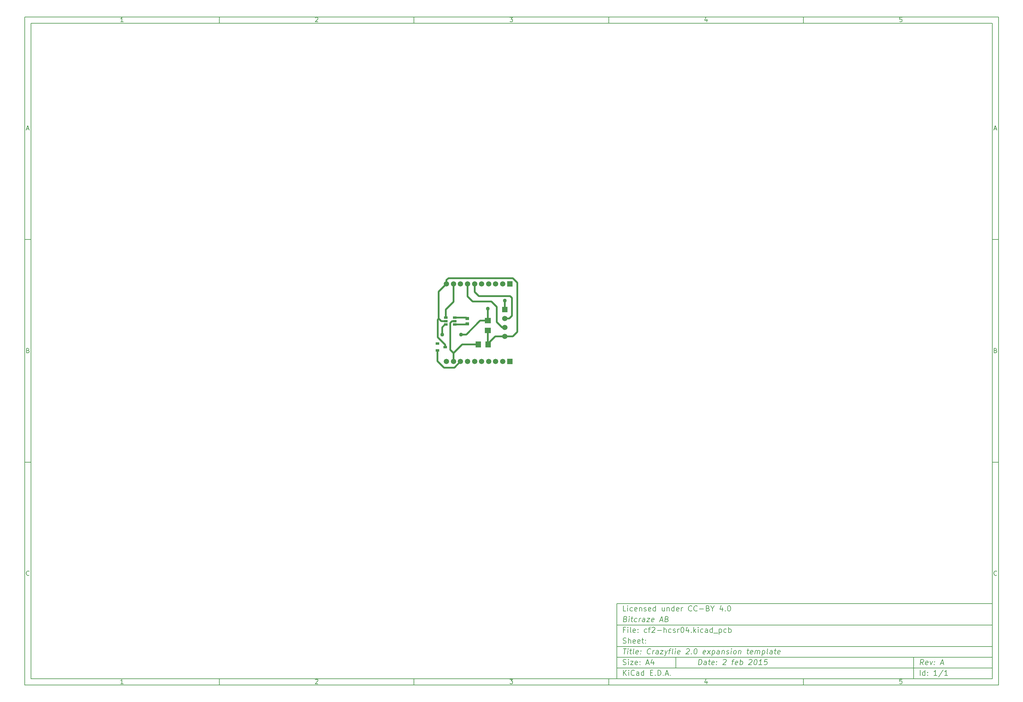
<source format=gbl>
G04 (created by PCBNEW (2013-may-18)-stable) date Mon 02 Feb 2015 22:45:10 CET*
%MOIN*%
G04 Gerber Fmt 3.4, Leading zero omitted, Abs format*
%FSLAX34Y34*%
G01*
G70*
G90*
G04 APERTURE LIST*
%ADD10C,0.00590551*%
%ADD11C,0.0590551*%
%ADD12R,0.0590551X0.0590551*%
%ADD13R,0.0394X0.0276*%
%ADD14R,0.0394X0.0315*%
%ADD15R,0.06X0.06*%
%ADD16C,0.06*%
%ADD17R,0.071X0.063*%
%ADD18R,0.063X0.071*%
%ADD19R,0.0394X0.0354*%
%ADD20C,0.0433071*%
%ADD21C,0.02*%
G04 APERTURE END LIST*
G54D10*
X4000Y-4000D02*
X112930Y-4000D01*
X112930Y-78680D01*
X4000Y-78680D01*
X4000Y-4000D01*
X4700Y-4700D02*
X112230Y-4700D01*
X112230Y-77980D01*
X4700Y-77980D01*
X4700Y-4700D01*
X25780Y-4000D02*
X25780Y-4700D01*
X15032Y-4552D02*
X14747Y-4552D01*
X14890Y-4552D02*
X14890Y-4052D01*
X14842Y-4123D01*
X14794Y-4171D01*
X14747Y-4195D01*
X25780Y-78680D02*
X25780Y-77980D01*
X15032Y-78532D02*
X14747Y-78532D01*
X14890Y-78532D02*
X14890Y-78032D01*
X14842Y-78103D01*
X14794Y-78151D01*
X14747Y-78175D01*
X47560Y-4000D02*
X47560Y-4700D01*
X36527Y-4100D02*
X36550Y-4076D01*
X36598Y-4052D01*
X36717Y-4052D01*
X36765Y-4076D01*
X36789Y-4100D01*
X36812Y-4147D01*
X36812Y-4195D01*
X36789Y-4266D01*
X36503Y-4552D01*
X36812Y-4552D01*
X47560Y-78680D02*
X47560Y-77980D01*
X36527Y-78080D02*
X36550Y-78056D01*
X36598Y-78032D01*
X36717Y-78032D01*
X36765Y-78056D01*
X36789Y-78080D01*
X36812Y-78127D01*
X36812Y-78175D01*
X36789Y-78246D01*
X36503Y-78532D01*
X36812Y-78532D01*
X69340Y-4000D02*
X69340Y-4700D01*
X58283Y-4052D02*
X58592Y-4052D01*
X58426Y-4242D01*
X58497Y-4242D01*
X58545Y-4266D01*
X58569Y-4290D01*
X58592Y-4338D01*
X58592Y-4457D01*
X58569Y-4504D01*
X58545Y-4528D01*
X58497Y-4552D01*
X58354Y-4552D01*
X58307Y-4528D01*
X58283Y-4504D01*
X69340Y-78680D02*
X69340Y-77980D01*
X58283Y-78032D02*
X58592Y-78032D01*
X58426Y-78222D01*
X58497Y-78222D01*
X58545Y-78246D01*
X58569Y-78270D01*
X58592Y-78318D01*
X58592Y-78437D01*
X58569Y-78484D01*
X58545Y-78508D01*
X58497Y-78532D01*
X58354Y-78532D01*
X58307Y-78508D01*
X58283Y-78484D01*
X91120Y-4000D02*
X91120Y-4700D01*
X80325Y-4219D02*
X80325Y-4552D01*
X80206Y-4028D02*
X80087Y-4385D01*
X80396Y-4385D01*
X91120Y-78680D02*
X91120Y-77980D01*
X80325Y-78199D02*
X80325Y-78532D01*
X80206Y-78008D02*
X80087Y-78365D01*
X80396Y-78365D01*
X102129Y-4052D02*
X101890Y-4052D01*
X101867Y-4290D01*
X101890Y-4266D01*
X101938Y-4242D01*
X102057Y-4242D01*
X102105Y-4266D01*
X102129Y-4290D01*
X102152Y-4338D01*
X102152Y-4457D01*
X102129Y-4504D01*
X102105Y-4528D01*
X102057Y-4552D01*
X101938Y-4552D01*
X101890Y-4528D01*
X101867Y-4504D01*
X102129Y-78032D02*
X101890Y-78032D01*
X101867Y-78270D01*
X101890Y-78246D01*
X101938Y-78222D01*
X102057Y-78222D01*
X102105Y-78246D01*
X102129Y-78270D01*
X102152Y-78318D01*
X102152Y-78437D01*
X102129Y-78484D01*
X102105Y-78508D01*
X102057Y-78532D01*
X101938Y-78532D01*
X101890Y-78508D01*
X101867Y-78484D01*
X4000Y-28890D02*
X4700Y-28890D01*
X4230Y-16509D02*
X4469Y-16509D01*
X4183Y-16652D02*
X4350Y-16152D01*
X4516Y-16652D01*
X112930Y-28890D02*
X112230Y-28890D01*
X112460Y-16509D02*
X112699Y-16509D01*
X112413Y-16652D02*
X112580Y-16152D01*
X112746Y-16652D01*
X4000Y-53780D02*
X4700Y-53780D01*
X4385Y-41280D02*
X4457Y-41304D01*
X4480Y-41328D01*
X4504Y-41375D01*
X4504Y-41447D01*
X4480Y-41494D01*
X4457Y-41518D01*
X4409Y-41542D01*
X4219Y-41542D01*
X4219Y-41042D01*
X4385Y-41042D01*
X4433Y-41066D01*
X4457Y-41090D01*
X4480Y-41137D01*
X4480Y-41185D01*
X4457Y-41232D01*
X4433Y-41256D01*
X4385Y-41280D01*
X4219Y-41280D01*
X112930Y-53780D02*
X112230Y-53780D01*
X112615Y-41280D02*
X112687Y-41304D01*
X112710Y-41328D01*
X112734Y-41375D01*
X112734Y-41447D01*
X112710Y-41494D01*
X112687Y-41518D01*
X112639Y-41542D01*
X112449Y-41542D01*
X112449Y-41042D01*
X112615Y-41042D01*
X112663Y-41066D01*
X112687Y-41090D01*
X112710Y-41137D01*
X112710Y-41185D01*
X112687Y-41232D01*
X112663Y-41256D01*
X112615Y-41280D01*
X112449Y-41280D01*
X4504Y-66384D02*
X4480Y-66408D01*
X4409Y-66432D01*
X4361Y-66432D01*
X4290Y-66408D01*
X4242Y-66360D01*
X4219Y-66313D01*
X4195Y-66218D01*
X4195Y-66146D01*
X4219Y-66051D01*
X4242Y-66003D01*
X4290Y-65956D01*
X4361Y-65932D01*
X4409Y-65932D01*
X4480Y-65956D01*
X4504Y-65980D01*
X112734Y-66384D02*
X112710Y-66408D01*
X112639Y-66432D01*
X112591Y-66432D01*
X112520Y-66408D01*
X112472Y-66360D01*
X112449Y-66313D01*
X112425Y-66218D01*
X112425Y-66146D01*
X112449Y-66051D01*
X112472Y-66003D01*
X112520Y-65956D01*
X112591Y-65932D01*
X112639Y-65932D01*
X112710Y-65956D01*
X112734Y-65980D01*
X79380Y-76422D02*
X79455Y-75822D01*
X79597Y-75822D01*
X79680Y-75851D01*
X79730Y-75908D01*
X79751Y-75965D01*
X79765Y-76080D01*
X79755Y-76165D01*
X79712Y-76280D01*
X79676Y-76337D01*
X79612Y-76394D01*
X79522Y-76422D01*
X79380Y-76422D01*
X80237Y-76422D02*
X80276Y-76108D01*
X80255Y-76051D01*
X80201Y-76022D01*
X80087Y-76022D01*
X80026Y-76051D01*
X80240Y-76394D02*
X80180Y-76422D01*
X80037Y-76422D01*
X79983Y-76394D01*
X79962Y-76337D01*
X79969Y-76280D01*
X80005Y-76222D01*
X80065Y-76194D01*
X80208Y-76194D01*
X80269Y-76165D01*
X80487Y-76022D02*
X80715Y-76022D01*
X80597Y-75822D02*
X80533Y-76337D01*
X80555Y-76394D01*
X80608Y-76422D01*
X80665Y-76422D01*
X81097Y-76394D02*
X81037Y-76422D01*
X80922Y-76422D01*
X80869Y-76394D01*
X80847Y-76337D01*
X80876Y-76108D01*
X80912Y-76051D01*
X80972Y-76022D01*
X81087Y-76022D01*
X81140Y-76051D01*
X81162Y-76108D01*
X81155Y-76165D01*
X80862Y-76222D01*
X81387Y-76365D02*
X81412Y-76394D01*
X81380Y-76422D01*
X81355Y-76394D01*
X81387Y-76365D01*
X81380Y-76422D01*
X81426Y-76051D02*
X81451Y-76080D01*
X81419Y-76108D01*
X81394Y-76080D01*
X81426Y-76051D01*
X81419Y-76108D01*
X82162Y-75880D02*
X82194Y-75851D01*
X82255Y-75822D01*
X82397Y-75822D01*
X82451Y-75851D01*
X82476Y-75880D01*
X82497Y-75937D01*
X82490Y-75994D01*
X82451Y-76080D01*
X82065Y-76422D01*
X82437Y-76422D01*
X83115Y-76022D02*
X83344Y-76022D01*
X83151Y-76422D02*
X83215Y-75908D01*
X83251Y-75851D01*
X83312Y-75822D01*
X83369Y-75822D01*
X83726Y-76394D02*
X83665Y-76422D01*
X83551Y-76422D01*
X83497Y-76394D01*
X83476Y-76337D01*
X83505Y-76108D01*
X83540Y-76051D01*
X83601Y-76022D01*
X83715Y-76022D01*
X83769Y-76051D01*
X83790Y-76108D01*
X83783Y-76165D01*
X83490Y-76222D01*
X84008Y-76422D02*
X84083Y-75822D01*
X84055Y-76051D02*
X84115Y-76022D01*
X84230Y-76022D01*
X84283Y-76051D01*
X84308Y-76080D01*
X84330Y-76137D01*
X84308Y-76308D01*
X84272Y-76365D01*
X84240Y-76394D01*
X84180Y-76422D01*
X84065Y-76422D01*
X84012Y-76394D01*
X85047Y-75880D02*
X85080Y-75851D01*
X85140Y-75822D01*
X85283Y-75822D01*
X85337Y-75851D01*
X85362Y-75880D01*
X85383Y-75937D01*
X85376Y-75994D01*
X85337Y-76080D01*
X84951Y-76422D01*
X85322Y-76422D01*
X85769Y-75822D02*
X85826Y-75822D01*
X85880Y-75851D01*
X85905Y-75880D01*
X85926Y-75937D01*
X85940Y-76051D01*
X85922Y-76194D01*
X85880Y-76308D01*
X85844Y-76365D01*
X85812Y-76394D01*
X85751Y-76422D01*
X85694Y-76422D01*
X85640Y-76394D01*
X85615Y-76365D01*
X85594Y-76308D01*
X85580Y-76194D01*
X85597Y-76051D01*
X85640Y-75937D01*
X85676Y-75880D01*
X85708Y-75851D01*
X85769Y-75822D01*
X86465Y-76422D02*
X86122Y-76422D01*
X86294Y-76422D02*
X86369Y-75822D01*
X86301Y-75908D01*
X86237Y-75965D01*
X86176Y-75994D01*
X87083Y-75822D02*
X86797Y-75822D01*
X86733Y-76108D01*
X86765Y-76080D01*
X86826Y-76051D01*
X86969Y-76051D01*
X87022Y-76080D01*
X87047Y-76108D01*
X87069Y-76165D01*
X87051Y-76308D01*
X87015Y-76365D01*
X86983Y-76394D01*
X86922Y-76422D01*
X86780Y-76422D01*
X86726Y-76394D01*
X86701Y-76365D01*
X70972Y-77622D02*
X70972Y-77022D01*
X71315Y-77622D02*
X71058Y-77280D01*
X71315Y-77022D02*
X70972Y-77365D01*
X71572Y-77622D02*
X71572Y-77222D01*
X71572Y-77022D02*
X71544Y-77051D01*
X71572Y-77080D01*
X71601Y-77051D01*
X71572Y-77022D01*
X71572Y-77080D01*
X72201Y-77565D02*
X72172Y-77594D01*
X72087Y-77622D01*
X72030Y-77622D01*
X71944Y-77594D01*
X71887Y-77537D01*
X71858Y-77480D01*
X71830Y-77365D01*
X71830Y-77280D01*
X71858Y-77165D01*
X71887Y-77108D01*
X71944Y-77051D01*
X72030Y-77022D01*
X72087Y-77022D01*
X72172Y-77051D01*
X72201Y-77080D01*
X72715Y-77622D02*
X72715Y-77308D01*
X72687Y-77251D01*
X72630Y-77222D01*
X72515Y-77222D01*
X72458Y-77251D01*
X72715Y-77594D02*
X72658Y-77622D01*
X72515Y-77622D01*
X72458Y-77594D01*
X72430Y-77537D01*
X72430Y-77480D01*
X72458Y-77422D01*
X72515Y-77394D01*
X72658Y-77394D01*
X72715Y-77365D01*
X73258Y-77622D02*
X73258Y-77022D01*
X73258Y-77594D02*
X73201Y-77622D01*
X73087Y-77622D01*
X73030Y-77594D01*
X73001Y-77565D01*
X72972Y-77508D01*
X72972Y-77337D01*
X73001Y-77280D01*
X73030Y-77251D01*
X73087Y-77222D01*
X73201Y-77222D01*
X73258Y-77251D01*
X74001Y-77308D02*
X74201Y-77308D01*
X74287Y-77622D02*
X74001Y-77622D01*
X74001Y-77022D01*
X74287Y-77022D01*
X74544Y-77565D02*
X74572Y-77594D01*
X74544Y-77622D01*
X74515Y-77594D01*
X74544Y-77565D01*
X74544Y-77622D01*
X74829Y-77622D02*
X74829Y-77022D01*
X74972Y-77022D01*
X75058Y-77051D01*
X75115Y-77108D01*
X75144Y-77165D01*
X75172Y-77280D01*
X75172Y-77365D01*
X75144Y-77480D01*
X75115Y-77537D01*
X75058Y-77594D01*
X74972Y-77622D01*
X74829Y-77622D01*
X75429Y-77565D02*
X75458Y-77594D01*
X75429Y-77622D01*
X75401Y-77594D01*
X75429Y-77565D01*
X75429Y-77622D01*
X75687Y-77451D02*
X75972Y-77451D01*
X75629Y-77622D02*
X75829Y-77022D01*
X76029Y-77622D01*
X76229Y-77565D02*
X76258Y-77594D01*
X76229Y-77622D01*
X76201Y-77594D01*
X76229Y-77565D01*
X76229Y-77622D01*
X104522Y-76422D02*
X104358Y-76137D01*
X104180Y-76422D02*
X104255Y-75822D01*
X104483Y-75822D01*
X104537Y-75851D01*
X104562Y-75880D01*
X104583Y-75937D01*
X104572Y-76022D01*
X104537Y-76080D01*
X104505Y-76108D01*
X104444Y-76137D01*
X104215Y-76137D01*
X105012Y-76394D02*
X104951Y-76422D01*
X104837Y-76422D01*
X104783Y-76394D01*
X104762Y-76337D01*
X104790Y-76108D01*
X104826Y-76051D01*
X104887Y-76022D01*
X105001Y-76022D01*
X105055Y-76051D01*
X105076Y-76108D01*
X105069Y-76165D01*
X104776Y-76222D01*
X105287Y-76022D02*
X105380Y-76422D01*
X105572Y-76022D01*
X105758Y-76365D02*
X105783Y-76394D01*
X105751Y-76422D01*
X105726Y-76394D01*
X105758Y-76365D01*
X105751Y-76422D01*
X105797Y-76051D02*
X105822Y-76080D01*
X105790Y-76108D01*
X105765Y-76080D01*
X105797Y-76051D01*
X105790Y-76108D01*
X106487Y-76251D02*
X106772Y-76251D01*
X106408Y-76422D02*
X106683Y-75822D01*
X106808Y-76422D01*
X70944Y-76394D02*
X71030Y-76422D01*
X71172Y-76422D01*
X71230Y-76394D01*
X71258Y-76365D01*
X71287Y-76308D01*
X71287Y-76251D01*
X71258Y-76194D01*
X71230Y-76165D01*
X71172Y-76137D01*
X71058Y-76108D01*
X71001Y-76080D01*
X70972Y-76051D01*
X70944Y-75994D01*
X70944Y-75937D01*
X70972Y-75880D01*
X71001Y-75851D01*
X71058Y-75822D01*
X71201Y-75822D01*
X71287Y-75851D01*
X71544Y-76422D02*
X71544Y-76022D01*
X71544Y-75822D02*
X71515Y-75851D01*
X71544Y-75880D01*
X71572Y-75851D01*
X71544Y-75822D01*
X71544Y-75880D01*
X71772Y-76022D02*
X72087Y-76022D01*
X71772Y-76422D01*
X72087Y-76422D01*
X72544Y-76394D02*
X72487Y-76422D01*
X72372Y-76422D01*
X72315Y-76394D01*
X72287Y-76337D01*
X72287Y-76108D01*
X72315Y-76051D01*
X72372Y-76022D01*
X72487Y-76022D01*
X72544Y-76051D01*
X72572Y-76108D01*
X72572Y-76165D01*
X72287Y-76222D01*
X72830Y-76365D02*
X72858Y-76394D01*
X72830Y-76422D01*
X72801Y-76394D01*
X72830Y-76365D01*
X72830Y-76422D01*
X72830Y-76051D02*
X72858Y-76080D01*
X72830Y-76108D01*
X72801Y-76080D01*
X72830Y-76051D01*
X72830Y-76108D01*
X73544Y-76251D02*
X73830Y-76251D01*
X73487Y-76422D02*
X73687Y-75822D01*
X73887Y-76422D01*
X74344Y-76022D02*
X74344Y-76422D01*
X74201Y-75794D02*
X74058Y-76222D01*
X74430Y-76222D01*
X104172Y-77622D02*
X104172Y-77022D01*
X104715Y-77622D02*
X104715Y-77022D01*
X104715Y-77594D02*
X104658Y-77622D01*
X104544Y-77622D01*
X104487Y-77594D01*
X104458Y-77565D01*
X104430Y-77508D01*
X104430Y-77337D01*
X104458Y-77280D01*
X104487Y-77251D01*
X104544Y-77222D01*
X104658Y-77222D01*
X104715Y-77251D01*
X105001Y-77565D02*
X105030Y-77594D01*
X105001Y-77622D01*
X104972Y-77594D01*
X105001Y-77565D01*
X105001Y-77622D01*
X105001Y-77251D02*
X105030Y-77280D01*
X105001Y-77308D01*
X104972Y-77280D01*
X105001Y-77251D01*
X105001Y-77308D01*
X106058Y-77622D02*
X105715Y-77622D01*
X105887Y-77622D02*
X105887Y-77022D01*
X105829Y-77108D01*
X105772Y-77165D01*
X105715Y-77194D01*
X106744Y-76994D02*
X106230Y-77765D01*
X107258Y-77622D02*
X106915Y-77622D01*
X107087Y-77622D02*
X107087Y-77022D01*
X107029Y-77108D01*
X106972Y-77165D01*
X106915Y-77194D01*
X70969Y-74622D02*
X71312Y-74622D01*
X71065Y-75222D02*
X71140Y-74622D01*
X71437Y-75222D02*
X71487Y-74822D01*
X71512Y-74622D02*
X71480Y-74651D01*
X71505Y-74680D01*
X71537Y-74651D01*
X71512Y-74622D01*
X71505Y-74680D01*
X71687Y-74822D02*
X71915Y-74822D01*
X71797Y-74622D02*
X71733Y-75137D01*
X71755Y-75194D01*
X71808Y-75222D01*
X71865Y-75222D01*
X72151Y-75222D02*
X72097Y-75194D01*
X72076Y-75137D01*
X72140Y-74622D01*
X72612Y-75194D02*
X72551Y-75222D01*
X72437Y-75222D01*
X72383Y-75194D01*
X72362Y-75137D01*
X72390Y-74908D01*
X72426Y-74851D01*
X72487Y-74822D01*
X72601Y-74822D01*
X72655Y-74851D01*
X72676Y-74908D01*
X72669Y-74965D01*
X72376Y-75022D01*
X72901Y-75165D02*
X72926Y-75194D01*
X72894Y-75222D01*
X72869Y-75194D01*
X72901Y-75165D01*
X72894Y-75222D01*
X72940Y-74851D02*
X72965Y-74880D01*
X72933Y-74908D01*
X72908Y-74880D01*
X72940Y-74851D01*
X72933Y-74908D01*
X73987Y-75165D02*
X73955Y-75194D01*
X73865Y-75222D01*
X73808Y-75222D01*
X73726Y-75194D01*
X73676Y-75137D01*
X73655Y-75080D01*
X73640Y-74965D01*
X73651Y-74880D01*
X73694Y-74765D01*
X73730Y-74708D01*
X73794Y-74651D01*
X73883Y-74622D01*
X73940Y-74622D01*
X74022Y-74651D01*
X74047Y-74680D01*
X74237Y-75222D02*
X74287Y-74822D01*
X74272Y-74937D02*
X74308Y-74880D01*
X74340Y-74851D01*
X74401Y-74822D01*
X74458Y-74822D01*
X74865Y-75222D02*
X74905Y-74908D01*
X74883Y-74851D01*
X74830Y-74822D01*
X74715Y-74822D01*
X74655Y-74851D01*
X74869Y-75194D02*
X74808Y-75222D01*
X74665Y-75222D01*
X74612Y-75194D01*
X74590Y-75137D01*
X74597Y-75080D01*
X74633Y-75022D01*
X74694Y-74994D01*
X74837Y-74994D01*
X74897Y-74965D01*
X75144Y-74822D02*
X75458Y-74822D01*
X75094Y-75222D01*
X75408Y-75222D01*
X75630Y-74822D02*
X75722Y-75222D01*
X75915Y-74822D02*
X75722Y-75222D01*
X75647Y-75365D01*
X75615Y-75394D01*
X75555Y-75422D01*
X76058Y-74822D02*
X76287Y-74822D01*
X76094Y-75222D02*
X76158Y-74708D01*
X76194Y-74651D01*
X76255Y-74622D01*
X76312Y-74622D01*
X76522Y-75222D02*
X76469Y-75194D01*
X76447Y-75137D01*
X76512Y-74622D01*
X76751Y-75222D02*
X76801Y-74822D01*
X76826Y-74622D02*
X76794Y-74651D01*
X76819Y-74680D01*
X76851Y-74651D01*
X76826Y-74622D01*
X76819Y-74680D01*
X77269Y-75194D02*
X77208Y-75222D01*
X77094Y-75222D01*
X77040Y-75194D01*
X77019Y-75137D01*
X77047Y-74908D01*
X77083Y-74851D01*
X77144Y-74822D01*
X77258Y-74822D01*
X77312Y-74851D01*
X77333Y-74908D01*
X77326Y-74965D01*
X77033Y-75022D01*
X78047Y-74680D02*
X78080Y-74651D01*
X78140Y-74622D01*
X78283Y-74622D01*
X78337Y-74651D01*
X78362Y-74680D01*
X78383Y-74737D01*
X78376Y-74794D01*
X78337Y-74880D01*
X77951Y-75222D01*
X78322Y-75222D01*
X78587Y-75165D02*
X78612Y-75194D01*
X78580Y-75222D01*
X78555Y-75194D01*
X78587Y-75165D01*
X78580Y-75222D01*
X79055Y-74622D02*
X79112Y-74622D01*
X79165Y-74651D01*
X79190Y-74680D01*
X79212Y-74737D01*
X79226Y-74851D01*
X79208Y-74994D01*
X79165Y-75108D01*
X79130Y-75165D01*
X79097Y-75194D01*
X79037Y-75222D01*
X78980Y-75222D01*
X78926Y-75194D01*
X78901Y-75165D01*
X78880Y-75108D01*
X78865Y-74994D01*
X78883Y-74851D01*
X78926Y-74737D01*
X78962Y-74680D01*
X78994Y-74651D01*
X79055Y-74622D01*
X80126Y-75194D02*
X80065Y-75222D01*
X79951Y-75222D01*
X79897Y-75194D01*
X79876Y-75137D01*
X79905Y-74908D01*
X79940Y-74851D01*
X80001Y-74822D01*
X80115Y-74822D01*
X80169Y-74851D01*
X80190Y-74908D01*
X80183Y-74965D01*
X79890Y-75022D01*
X80351Y-75222D02*
X80715Y-74822D01*
X80401Y-74822D02*
X80665Y-75222D01*
X80944Y-74822D02*
X80869Y-75422D01*
X80940Y-74851D02*
X81001Y-74822D01*
X81115Y-74822D01*
X81169Y-74851D01*
X81194Y-74880D01*
X81215Y-74937D01*
X81194Y-75108D01*
X81158Y-75165D01*
X81126Y-75194D01*
X81065Y-75222D01*
X80951Y-75222D01*
X80897Y-75194D01*
X81694Y-75222D02*
X81733Y-74908D01*
X81712Y-74851D01*
X81658Y-74822D01*
X81544Y-74822D01*
X81483Y-74851D01*
X81697Y-75194D02*
X81637Y-75222D01*
X81494Y-75222D01*
X81440Y-75194D01*
X81419Y-75137D01*
X81426Y-75080D01*
X81462Y-75022D01*
X81522Y-74994D01*
X81665Y-74994D01*
X81726Y-74965D01*
X82030Y-74822D02*
X81980Y-75222D01*
X82022Y-74880D02*
X82055Y-74851D01*
X82115Y-74822D01*
X82201Y-74822D01*
X82255Y-74851D01*
X82276Y-74908D01*
X82237Y-75222D01*
X82497Y-75194D02*
X82551Y-75222D01*
X82665Y-75222D01*
X82726Y-75194D01*
X82762Y-75137D01*
X82765Y-75108D01*
X82744Y-75051D01*
X82690Y-75022D01*
X82605Y-75022D01*
X82551Y-74994D01*
X82530Y-74937D01*
X82533Y-74908D01*
X82569Y-74851D01*
X82630Y-74822D01*
X82715Y-74822D01*
X82769Y-74851D01*
X83008Y-75222D02*
X83058Y-74822D01*
X83083Y-74622D02*
X83051Y-74651D01*
X83076Y-74680D01*
X83108Y-74651D01*
X83083Y-74622D01*
X83076Y-74680D01*
X83380Y-75222D02*
X83326Y-75194D01*
X83301Y-75165D01*
X83280Y-75108D01*
X83301Y-74937D01*
X83337Y-74880D01*
X83369Y-74851D01*
X83430Y-74822D01*
X83515Y-74822D01*
X83569Y-74851D01*
X83594Y-74880D01*
X83615Y-74937D01*
X83594Y-75108D01*
X83558Y-75165D01*
X83526Y-75194D01*
X83465Y-75222D01*
X83380Y-75222D01*
X83887Y-74822D02*
X83837Y-75222D01*
X83880Y-74880D02*
X83912Y-74851D01*
X83972Y-74822D01*
X84058Y-74822D01*
X84112Y-74851D01*
X84133Y-74908D01*
X84094Y-75222D01*
X84801Y-74822D02*
X85030Y-74822D01*
X84912Y-74622D02*
X84847Y-75137D01*
X84869Y-75194D01*
X84922Y-75222D01*
X84980Y-75222D01*
X85412Y-75194D02*
X85351Y-75222D01*
X85237Y-75222D01*
X85183Y-75194D01*
X85162Y-75137D01*
X85190Y-74908D01*
X85226Y-74851D01*
X85287Y-74822D01*
X85401Y-74822D01*
X85455Y-74851D01*
X85476Y-74908D01*
X85469Y-74965D01*
X85176Y-75022D01*
X85694Y-75222D02*
X85744Y-74822D01*
X85737Y-74880D02*
X85769Y-74851D01*
X85830Y-74822D01*
X85915Y-74822D01*
X85969Y-74851D01*
X85990Y-74908D01*
X85951Y-75222D01*
X85990Y-74908D02*
X86026Y-74851D01*
X86087Y-74822D01*
X86172Y-74822D01*
X86226Y-74851D01*
X86247Y-74908D01*
X86208Y-75222D01*
X86544Y-74822D02*
X86469Y-75422D01*
X86540Y-74851D02*
X86601Y-74822D01*
X86715Y-74822D01*
X86769Y-74851D01*
X86794Y-74880D01*
X86815Y-74937D01*
X86794Y-75108D01*
X86758Y-75165D01*
X86726Y-75194D01*
X86665Y-75222D01*
X86551Y-75222D01*
X86497Y-75194D01*
X87122Y-75222D02*
X87069Y-75194D01*
X87047Y-75137D01*
X87112Y-74622D01*
X87608Y-75222D02*
X87647Y-74908D01*
X87626Y-74851D01*
X87572Y-74822D01*
X87458Y-74822D01*
X87397Y-74851D01*
X87612Y-75194D02*
X87551Y-75222D01*
X87408Y-75222D01*
X87355Y-75194D01*
X87333Y-75137D01*
X87340Y-75080D01*
X87376Y-75022D01*
X87437Y-74994D01*
X87580Y-74994D01*
X87640Y-74965D01*
X87858Y-74822D02*
X88087Y-74822D01*
X87969Y-74622D02*
X87905Y-75137D01*
X87926Y-75194D01*
X87980Y-75222D01*
X88037Y-75222D01*
X88469Y-75194D02*
X88408Y-75222D01*
X88294Y-75222D01*
X88240Y-75194D01*
X88219Y-75137D01*
X88247Y-74908D01*
X88283Y-74851D01*
X88344Y-74822D01*
X88458Y-74822D01*
X88512Y-74851D01*
X88533Y-74908D01*
X88526Y-74965D01*
X88233Y-75022D01*
X71172Y-72508D02*
X70972Y-72508D01*
X70972Y-72822D02*
X70972Y-72222D01*
X71258Y-72222D01*
X71487Y-72822D02*
X71487Y-72422D01*
X71487Y-72222D02*
X71458Y-72251D01*
X71487Y-72280D01*
X71515Y-72251D01*
X71487Y-72222D01*
X71487Y-72280D01*
X71858Y-72822D02*
X71801Y-72794D01*
X71772Y-72737D01*
X71772Y-72222D01*
X72315Y-72794D02*
X72258Y-72822D01*
X72144Y-72822D01*
X72087Y-72794D01*
X72058Y-72737D01*
X72058Y-72508D01*
X72087Y-72451D01*
X72144Y-72422D01*
X72258Y-72422D01*
X72315Y-72451D01*
X72344Y-72508D01*
X72344Y-72565D01*
X72058Y-72622D01*
X72601Y-72765D02*
X72630Y-72794D01*
X72601Y-72822D01*
X72572Y-72794D01*
X72601Y-72765D01*
X72601Y-72822D01*
X72601Y-72451D02*
X72630Y-72480D01*
X72601Y-72508D01*
X72572Y-72480D01*
X72601Y-72451D01*
X72601Y-72508D01*
X73601Y-72794D02*
X73544Y-72822D01*
X73430Y-72822D01*
X73372Y-72794D01*
X73344Y-72765D01*
X73315Y-72708D01*
X73315Y-72537D01*
X73344Y-72480D01*
X73372Y-72451D01*
X73430Y-72422D01*
X73544Y-72422D01*
X73601Y-72451D01*
X73772Y-72422D02*
X74001Y-72422D01*
X73858Y-72822D02*
X73858Y-72308D01*
X73887Y-72251D01*
X73944Y-72222D01*
X74001Y-72222D01*
X74172Y-72280D02*
X74201Y-72251D01*
X74258Y-72222D01*
X74401Y-72222D01*
X74458Y-72251D01*
X74487Y-72280D01*
X74515Y-72337D01*
X74515Y-72394D01*
X74487Y-72480D01*
X74144Y-72822D01*
X74515Y-72822D01*
X74772Y-72594D02*
X75230Y-72594D01*
X75515Y-72822D02*
X75515Y-72222D01*
X75772Y-72822D02*
X75772Y-72508D01*
X75744Y-72451D01*
X75687Y-72422D01*
X75601Y-72422D01*
X75544Y-72451D01*
X75515Y-72480D01*
X76315Y-72794D02*
X76258Y-72822D01*
X76144Y-72822D01*
X76087Y-72794D01*
X76058Y-72765D01*
X76030Y-72708D01*
X76030Y-72537D01*
X76058Y-72480D01*
X76087Y-72451D01*
X76144Y-72422D01*
X76258Y-72422D01*
X76315Y-72451D01*
X76544Y-72794D02*
X76601Y-72822D01*
X76715Y-72822D01*
X76772Y-72794D01*
X76801Y-72737D01*
X76801Y-72708D01*
X76772Y-72651D01*
X76715Y-72622D01*
X76630Y-72622D01*
X76572Y-72594D01*
X76544Y-72537D01*
X76544Y-72508D01*
X76572Y-72451D01*
X76630Y-72422D01*
X76715Y-72422D01*
X76772Y-72451D01*
X77058Y-72822D02*
X77058Y-72422D01*
X77058Y-72537D02*
X77087Y-72480D01*
X77115Y-72451D01*
X77172Y-72422D01*
X77230Y-72422D01*
X77544Y-72222D02*
X77601Y-72222D01*
X77658Y-72251D01*
X77687Y-72280D01*
X77715Y-72337D01*
X77744Y-72451D01*
X77744Y-72594D01*
X77715Y-72708D01*
X77687Y-72765D01*
X77658Y-72794D01*
X77601Y-72822D01*
X77544Y-72822D01*
X77487Y-72794D01*
X77458Y-72765D01*
X77430Y-72708D01*
X77401Y-72594D01*
X77401Y-72451D01*
X77430Y-72337D01*
X77458Y-72280D01*
X77487Y-72251D01*
X77544Y-72222D01*
X78258Y-72422D02*
X78258Y-72822D01*
X78115Y-72194D02*
X77972Y-72622D01*
X78344Y-72622D01*
X78572Y-72765D02*
X78601Y-72794D01*
X78572Y-72822D01*
X78544Y-72794D01*
X78572Y-72765D01*
X78572Y-72822D01*
X78858Y-72822D02*
X78858Y-72222D01*
X78915Y-72594D02*
X79087Y-72822D01*
X79087Y-72422D02*
X78858Y-72651D01*
X79344Y-72822D02*
X79344Y-72422D01*
X79344Y-72222D02*
X79315Y-72251D01*
X79344Y-72280D01*
X79372Y-72251D01*
X79344Y-72222D01*
X79344Y-72280D01*
X79887Y-72794D02*
X79830Y-72822D01*
X79715Y-72822D01*
X79658Y-72794D01*
X79630Y-72765D01*
X79601Y-72708D01*
X79601Y-72537D01*
X79630Y-72480D01*
X79658Y-72451D01*
X79715Y-72422D01*
X79830Y-72422D01*
X79887Y-72451D01*
X80401Y-72822D02*
X80401Y-72508D01*
X80372Y-72451D01*
X80315Y-72422D01*
X80201Y-72422D01*
X80144Y-72451D01*
X80401Y-72794D02*
X80344Y-72822D01*
X80201Y-72822D01*
X80144Y-72794D01*
X80115Y-72737D01*
X80115Y-72680D01*
X80144Y-72622D01*
X80201Y-72594D01*
X80344Y-72594D01*
X80401Y-72565D01*
X80944Y-72822D02*
X80944Y-72222D01*
X80944Y-72794D02*
X80887Y-72822D01*
X80772Y-72822D01*
X80715Y-72794D01*
X80687Y-72765D01*
X80658Y-72708D01*
X80658Y-72537D01*
X80687Y-72480D01*
X80715Y-72451D01*
X80772Y-72422D01*
X80887Y-72422D01*
X80944Y-72451D01*
X81087Y-72880D02*
X81544Y-72880D01*
X81687Y-72422D02*
X81687Y-73022D01*
X81687Y-72451D02*
X81744Y-72422D01*
X81858Y-72422D01*
X81915Y-72451D01*
X81944Y-72480D01*
X81972Y-72537D01*
X81972Y-72708D01*
X81944Y-72765D01*
X81915Y-72794D01*
X81858Y-72822D01*
X81744Y-72822D01*
X81687Y-72794D01*
X82487Y-72794D02*
X82430Y-72822D01*
X82315Y-72822D01*
X82258Y-72794D01*
X82230Y-72765D01*
X82201Y-72708D01*
X82201Y-72537D01*
X82230Y-72480D01*
X82258Y-72451D01*
X82315Y-72422D01*
X82430Y-72422D01*
X82487Y-72451D01*
X82744Y-72822D02*
X82744Y-72222D01*
X82744Y-72451D02*
X82801Y-72422D01*
X82915Y-72422D01*
X82972Y-72451D01*
X83001Y-72480D01*
X83030Y-72537D01*
X83030Y-72708D01*
X83001Y-72765D01*
X82972Y-72794D01*
X82915Y-72822D01*
X82801Y-72822D01*
X82744Y-72794D01*
X70944Y-73994D02*
X71030Y-74022D01*
X71172Y-74022D01*
X71230Y-73994D01*
X71258Y-73965D01*
X71287Y-73908D01*
X71287Y-73851D01*
X71258Y-73794D01*
X71230Y-73765D01*
X71172Y-73737D01*
X71058Y-73708D01*
X71001Y-73680D01*
X70972Y-73651D01*
X70944Y-73594D01*
X70944Y-73537D01*
X70972Y-73480D01*
X71001Y-73451D01*
X71058Y-73422D01*
X71201Y-73422D01*
X71287Y-73451D01*
X71544Y-74022D02*
X71544Y-73422D01*
X71801Y-74022D02*
X71801Y-73708D01*
X71772Y-73651D01*
X71715Y-73622D01*
X71630Y-73622D01*
X71572Y-73651D01*
X71544Y-73680D01*
X72315Y-73994D02*
X72258Y-74022D01*
X72144Y-74022D01*
X72087Y-73994D01*
X72058Y-73937D01*
X72058Y-73708D01*
X72087Y-73651D01*
X72144Y-73622D01*
X72258Y-73622D01*
X72315Y-73651D01*
X72344Y-73708D01*
X72344Y-73765D01*
X72058Y-73822D01*
X72830Y-73994D02*
X72772Y-74022D01*
X72658Y-74022D01*
X72601Y-73994D01*
X72572Y-73937D01*
X72572Y-73708D01*
X72601Y-73651D01*
X72658Y-73622D01*
X72772Y-73622D01*
X72830Y-73651D01*
X72858Y-73708D01*
X72858Y-73765D01*
X72572Y-73822D01*
X73030Y-73622D02*
X73258Y-73622D01*
X73115Y-73422D02*
X73115Y-73937D01*
X73144Y-73994D01*
X73201Y-74022D01*
X73258Y-74022D01*
X73458Y-73965D02*
X73487Y-73994D01*
X73458Y-74022D01*
X73430Y-73994D01*
X73458Y-73965D01*
X73458Y-74022D01*
X73458Y-73651D02*
X73487Y-73680D01*
X73458Y-73708D01*
X73430Y-73680D01*
X73458Y-73651D01*
X73458Y-73708D01*
X71219Y-71308D02*
X71301Y-71337D01*
X71326Y-71365D01*
X71347Y-71422D01*
X71337Y-71508D01*
X71301Y-71565D01*
X71269Y-71594D01*
X71208Y-71622D01*
X70980Y-71622D01*
X71055Y-71022D01*
X71255Y-71022D01*
X71308Y-71051D01*
X71333Y-71080D01*
X71355Y-71137D01*
X71347Y-71194D01*
X71312Y-71251D01*
X71280Y-71280D01*
X71219Y-71308D01*
X71019Y-71308D01*
X71580Y-71622D02*
X71630Y-71222D01*
X71655Y-71022D02*
X71622Y-71051D01*
X71647Y-71080D01*
X71680Y-71051D01*
X71655Y-71022D01*
X71647Y-71080D01*
X71830Y-71222D02*
X72058Y-71222D01*
X71940Y-71022D02*
X71876Y-71537D01*
X71897Y-71594D01*
X71951Y-71622D01*
X72008Y-71622D01*
X72469Y-71594D02*
X72408Y-71622D01*
X72294Y-71622D01*
X72240Y-71594D01*
X72215Y-71565D01*
X72194Y-71508D01*
X72215Y-71337D01*
X72251Y-71280D01*
X72283Y-71251D01*
X72344Y-71222D01*
X72458Y-71222D01*
X72512Y-71251D01*
X72722Y-71622D02*
X72772Y-71222D01*
X72758Y-71337D02*
X72794Y-71280D01*
X72826Y-71251D01*
X72887Y-71222D01*
X72944Y-71222D01*
X73351Y-71622D02*
X73390Y-71308D01*
X73369Y-71251D01*
X73315Y-71222D01*
X73201Y-71222D01*
X73140Y-71251D01*
X73355Y-71594D02*
X73294Y-71622D01*
X73151Y-71622D01*
X73097Y-71594D01*
X73076Y-71537D01*
X73083Y-71480D01*
X73119Y-71422D01*
X73180Y-71394D01*
X73322Y-71394D01*
X73383Y-71365D01*
X73630Y-71222D02*
X73944Y-71222D01*
X73580Y-71622D01*
X73894Y-71622D01*
X74355Y-71594D02*
X74294Y-71622D01*
X74180Y-71622D01*
X74126Y-71594D01*
X74105Y-71537D01*
X74133Y-71308D01*
X74169Y-71251D01*
X74230Y-71222D01*
X74344Y-71222D01*
X74397Y-71251D01*
X74419Y-71308D01*
X74412Y-71365D01*
X74119Y-71422D01*
X75087Y-71451D02*
X75372Y-71451D01*
X75008Y-71622D02*
X75283Y-71022D01*
X75408Y-71622D01*
X75847Y-71308D02*
X75930Y-71337D01*
X75955Y-71365D01*
X75976Y-71422D01*
X75965Y-71508D01*
X75930Y-71565D01*
X75897Y-71594D01*
X75837Y-71622D01*
X75608Y-71622D01*
X75683Y-71022D01*
X75883Y-71022D01*
X75937Y-71051D01*
X75962Y-71080D01*
X75983Y-71137D01*
X75976Y-71194D01*
X75940Y-71251D01*
X75908Y-71280D01*
X75847Y-71308D01*
X75647Y-71308D01*
X71258Y-70422D02*
X70972Y-70422D01*
X70972Y-69822D01*
X71458Y-70422D02*
X71458Y-70022D01*
X71458Y-69822D02*
X71430Y-69851D01*
X71458Y-69880D01*
X71487Y-69851D01*
X71458Y-69822D01*
X71458Y-69880D01*
X72001Y-70394D02*
X71944Y-70422D01*
X71829Y-70422D01*
X71772Y-70394D01*
X71744Y-70365D01*
X71715Y-70308D01*
X71715Y-70137D01*
X71744Y-70080D01*
X71772Y-70051D01*
X71829Y-70022D01*
X71944Y-70022D01*
X72001Y-70051D01*
X72487Y-70394D02*
X72430Y-70422D01*
X72315Y-70422D01*
X72258Y-70394D01*
X72230Y-70337D01*
X72230Y-70108D01*
X72258Y-70051D01*
X72315Y-70022D01*
X72430Y-70022D01*
X72487Y-70051D01*
X72515Y-70108D01*
X72515Y-70165D01*
X72230Y-70222D01*
X72772Y-70022D02*
X72772Y-70422D01*
X72772Y-70080D02*
X72801Y-70051D01*
X72858Y-70022D01*
X72944Y-70022D01*
X73001Y-70051D01*
X73030Y-70108D01*
X73030Y-70422D01*
X73287Y-70394D02*
X73344Y-70422D01*
X73458Y-70422D01*
X73515Y-70394D01*
X73544Y-70337D01*
X73544Y-70308D01*
X73515Y-70251D01*
X73458Y-70222D01*
X73372Y-70222D01*
X73315Y-70194D01*
X73287Y-70137D01*
X73287Y-70108D01*
X73315Y-70051D01*
X73372Y-70022D01*
X73458Y-70022D01*
X73515Y-70051D01*
X74030Y-70394D02*
X73972Y-70422D01*
X73858Y-70422D01*
X73801Y-70394D01*
X73772Y-70337D01*
X73772Y-70108D01*
X73801Y-70051D01*
X73858Y-70022D01*
X73972Y-70022D01*
X74030Y-70051D01*
X74058Y-70108D01*
X74058Y-70165D01*
X73772Y-70222D01*
X74572Y-70422D02*
X74572Y-69822D01*
X74572Y-70394D02*
X74515Y-70422D01*
X74401Y-70422D01*
X74344Y-70394D01*
X74315Y-70365D01*
X74287Y-70308D01*
X74287Y-70137D01*
X74315Y-70080D01*
X74344Y-70051D01*
X74401Y-70022D01*
X74515Y-70022D01*
X74572Y-70051D01*
X75572Y-70022D02*
X75572Y-70422D01*
X75315Y-70022D02*
X75315Y-70337D01*
X75344Y-70394D01*
X75401Y-70422D01*
X75487Y-70422D01*
X75544Y-70394D01*
X75572Y-70365D01*
X75858Y-70022D02*
X75858Y-70422D01*
X75858Y-70080D02*
X75887Y-70051D01*
X75944Y-70022D01*
X76030Y-70022D01*
X76087Y-70051D01*
X76115Y-70108D01*
X76115Y-70422D01*
X76658Y-70422D02*
X76658Y-69822D01*
X76658Y-70394D02*
X76601Y-70422D01*
X76487Y-70422D01*
X76430Y-70394D01*
X76401Y-70365D01*
X76372Y-70308D01*
X76372Y-70137D01*
X76401Y-70080D01*
X76430Y-70051D01*
X76487Y-70022D01*
X76601Y-70022D01*
X76658Y-70051D01*
X77172Y-70394D02*
X77115Y-70422D01*
X77001Y-70422D01*
X76944Y-70394D01*
X76915Y-70337D01*
X76915Y-70108D01*
X76944Y-70051D01*
X77001Y-70022D01*
X77115Y-70022D01*
X77172Y-70051D01*
X77201Y-70108D01*
X77201Y-70165D01*
X76915Y-70222D01*
X77458Y-70422D02*
X77458Y-70022D01*
X77458Y-70137D02*
X77487Y-70080D01*
X77515Y-70051D01*
X77572Y-70022D01*
X77630Y-70022D01*
X78630Y-70365D02*
X78601Y-70394D01*
X78515Y-70422D01*
X78458Y-70422D01*
X78372Y-70394D01*
X78315Y-70337D01*
X78287Y-70280D01*
X78258Y-70165D01*
X78258Y-70080D01*
X78287Y-69965D01*
X78315Y-69908D01*
X78372Y-69851D01*
X78458Y-69822D01*
X78515Y-69822D01*
X78601Y-69851D01*
X78630Y-69880D01*
X79230Y-70365D02*
X79201Y-70394D01*
X79115Y-70422D01*
X79058Y-70422D01*
X78972Y-70394D01*
X78915Y-70337D01*
X78887Y-70280D01*
X78858Y-70165D01*
X78858Y-70080D01*
X78887Y-69965D01*
X78915Y-69908D01*
X78972Y-69851D01*
X79058Y-69822D01*
X79115Y-69822D01*
X79201Y-69851D01*
X79230Y-69880D01*
X79487Y-70194D02*
X79944Y-70194D01*
X80430Y-70108D02*
X80515Y-70137D01*
X80544Y-70165D01*
X80572Y-70222D01*
X80572Y-70308D01*
X80544Y-70365D01*
X80515Y-70394D01*
X80458Y-70422D01*
X80230Y-70422D01*
X80230Y-69822D01*
X80430Y-69822D01*
X80487Y-69851D01*
X80515Y-69880D01*
X80544Y-69937D01*
X80544Y-69994D01*
X80515Y-70051D01*
X80487Y-70080D01*
X80430Y-70108D01*
X80230Y-70108D01*
X80944Y-70137D02*
X80944Y-70422D01*
X80744Y-69822D02*
X80944Y-70137D01*
X81144Y-69822D01*
X82058Y-70022D02*
X82058Y-70422D01*
X81915Y-69794D02*
X81772Y-70222D01*
X82144Y-70222D01*
X82372Y-70365D02*
X82401Y-70394D01*
X82372Y-70422D01*
X82344Y-70394D01*
X82372Y-70365D01*
X82372Y-70422D01*
X82772Y-69822D02*
X82830Y-69822D01*
X82887Y-69851D01*
X82915Y-69880D01*
X82944Y-69937D01*
X82972Y-70051D01*
X82972Y-70194D01*
X82944Y-70308D01*
X82915Y-70365D01*
X82887Y-70394D01*
X82830Y-70422D01*
X82772Y-70422D01*
X82715Y-70394D01*
X82687Y-70365D01*
X82658Y-70308D01*
X82630Y-70194D01*
X82630Y-70051D01*
X82658Y-69937D01*
X82687Y-69880D01*
X82715Y-69851D01*
X82772Y-69822D01*
X70230Y-69580D02*
X70230Y-77980D01*
X70230Y-71980D02*
X112230Y-71980D01*
X70230Y-69580D02*
X112230Y-69580D01*
X70230Y-74380D02*
X112230Y-74380D01*
X103430Y-75580D02*
X103430Y-77980D01*
X70230Y-76780D02*
X112230Y-76780D01*
X70230Y-75580D02*
X112230Y-75580D01*
X76830Y-75580D02*
X76830Y-76780D01*
G54D11*
X51181Y-42520D03*
X57480Y-42520D03*
G54D12*
X58268Y-42520D03*
G54D11*
X52756Y-42520D03*
X51968Y-42520D03*
X56693Y-42520D03*
X55905Y-42520D03*
X53543Y-42520D03*
X54331Y-42520D03*
X55118Y-42520D03*
G54D13*
X52100Y-38375D03*
X52100Y-38000D03*
X52100Y-37625D03*
X51100Y-37625D03*
X51100Y-38000D03*
X51100Y-38375D03*
G54D14*
X51033Y-40900D03*
X50167Y-40525D03*
X50167Y-41275D03*
G54D15*
X57700Y-36700D03*
G54D16*
X57700Y-37700D03*
X57700Y-38700D03*
X57700Y-39700D03*
G54D17*
X55800Y-39050D03*
X55800Y-37950D03*
G54D18*
X55850Y-40600D03*
X54750Y-40600D03*
G54D19*
X53500Y-37704D03*
X53500Y-38296D03*
G54D11*
X51181Y-33858D03*
X57480Y-33858D03*
G54D12*
X58268Y-33858D03*
G54D11*
X52756Y-33858D03*
X51968Y-33858D03*
X56693Y-33858D03*
X55905Y-33858D03*
X53543Y-33858D03*
X54331Y-33858D03*
X55118Y-33858D03*
G54D20*
X55800Y-36600D03*
X57700Y-35700D03*
X50700Y-39500D03*
X52800Y-39500D03*
G54D21*
X57700Y-37700D02*
X58200Y-37700D01*
X54331Y-34731D02*
X54331Y-33858D01*
X54800Y-35200D02*
X54331Y-34731D01*
X58300Y-35200D02*
X54800Y-35200D01*
X58500Y-35400D02*
X58300Y-35200D01*
X58500Y-37400D02*
X58500Y-35400D01*
X58200Y-37700D02*
X58500Y-37400D01*
X57700Y-38700D02*
X57400Y-38700D01*
X53543Y-35243D02*
X53543Y-33858D01*
X54100Y-35800D02*
X53543Y-35243D01*
X56200Y-35800D02*
X54100Y-35800D01*
X56800Y-36400D02*
X56200Y-35800D01*
X56800Y-38100D02*
X56800Y-36400D01*
X57400Y-38700D02*
X56800Y-38100D01*
X51968Y-33858D02*
X51968Y-35831D01*
X51100Y-36700D02*
X51100Y-37625D01*
X51968Y-35831D02*
X51100Y-36700D01*
X50167Y-41275D02*
X50167Y-42467D01*
X52076Y-43200D02*
X52756Y-42520D01*
X50900Y-43200D02*
X52076Y-43200D01*
X50167Y-42467D02*
X50900Y-43200D01*
X54750Y-40600D02*
X52937Y-40600D01*
X52937Y-40600D02*
X51968Y-41568D01*
X52100Y-38000D02*
X51800Y-38000D01*
X51968Y-41568D02*
X51968Y-42520D01*
X51600Y-41200D02*
X51968Y-41568D01*
X51600Y-38200D02*
X51600Y-41200D01*
X51800Y-38000D02*
X51600Y-38200D01*
X51033Y-40900D02*
X51033Y-40633D01*
X50200Y-37840D02*
X50320Y-37720D01*
X50200Y-39800D02*
X50200Y-37840D01*
X51033Y-40633D02*
X50200Y-39800D01*
X51181Y-33858D02*
X51181Y-33418D01*
X58600Y-39700D02*
X57700Y-39700D01*
X59100Y-39200D02*
X58600Y-39700D01*
X59100Y-33700D02*
X59100Y-39200D01*
X58600Y-33200D02*
X59100Y-33700D01*
X51400Y-33200D02*
X58600Y-33200D01*
X51181Y-33418D02*
X51400Y-33200D01*
X50320Y-34720D02*
X50320Y-37720D01*
X50600Y-38000D02*
X51100Y-38000D01*
X50320Y-37720D02*
X50600Y-38000D01*
X55800Y-39050D02*
X55800Y-40550D01*
X55800Y-40550D02*
X56650Y-39700D01*
X56650Y-39700D02*
X57700Y-39700D01*
X50300Y-34740D02*
X50320Y-34720D01*
X50320Y-34720D02*
X51181Y-33858D01*
X52100Y-38375D02*
X53421Y-38375D01*
X53421Y-38375D02*
X53500Y-38296D01*
X57700Y-36700D02*
X57700Y-35700D01*
X55800Y-36600D02*
X55800Y-37950D01*
X52800Y-39500D02*
X53400Y-39500D01*
X50700Y-38700D02*
X50700Y-39500D01*
X51025Y-38375D02*
X50700Y-38700D01*
X51100Y-38375D02*
X51025Y-38375D01*
X54950Y-37950D02*
X55800Y-37950D01*
X53400Y-39500D02*
X54950Y-37950D01*
X52100Y-37625D02*
X53421Y-37625D01*
X53421Y-37625D02*
X53500Y-37704D01*
M02*

</source>
